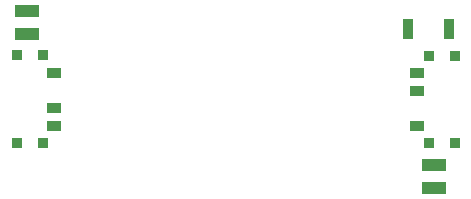
<source format=gbr>
%TF.GenerationSoftware,KiCad,Pcbnew,(6.0.6)*%
%TF.CreationDate,2022-10-25T17:15:21+11:00*%
%TF.ProjectId,battpack-double-ended,62617474-7061-4636-9b2d-646f75626c65,v1.0.0*%
%TF.SameCoordinates,Original*%
%TF.FileFunction,Paste,Top*%
%TF.FilePolarity,Positive*%
%FSLAX46Y46*%
G04 Gerber Fmt 4.6, Leading zero omitted, Abs format (unit mm)*
G04 Created by KiCad (PCBNEW (6.0.6)) date 2022-10-25 17:15:21*
%MOMM*%
%LPD*%
G01*
G04 APERTURE LIST*
%ADD10R,0.900000X1.700000*%
%ADD11R,2.000000X1.000000*%
%ADD12R,0.900000X0.900000*%
%ADD13R,1.250000X0.900000*%
G04 APERTURE END LIST*
D10*
%TO.C,B1*%
X79900000Y-44100000D03*
X83300000Y-44100000D03*
%TD*%
D11*
%TO.C,PAD4*%
X82100000Y-55600000D03*
%TD*%
D12*
%TO.C,T2*%
X83800000Y-53800000D03*
X81600000Y-53800000D03*
X81600000Y-46400000D03*
X83800000Y-46400000D03*
D13*
X80625000Y-52350000D03*
X80625000Y-49350000D03*
X80625000Y-47850000D03*
%TD*%
D11*
%TO.C,PAD3*%
X82100000Y-57600000D03*
%TD*%
D12*
%TO.C,T2*%
X46717752Y-46350000D03*
X48917752Y-46350000D03*
X48917752Y-53750000D03*
X46717752Y-53750000D03*
D13*
X49892752Y-47800000D03*
X49892752Y-50800000D03*
X49892752Y-52300000D03*
%TD*%
D11*
%TO.C,PAD3*%
X47600000Y-42550000D03*
%TD*%
%TO.C,PAD4*%
X47600000Y-44550000D03*
%TD*%
M02*

</source>
